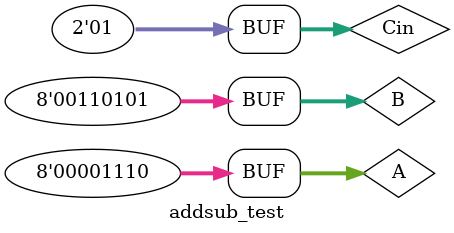
<source format=v>
`timescale 1ns / 1ps
module addsub_test();
    reg [7:0] A;
    reg [7:0] B;
    reg [1:0] Cin;
    wire [7:0] O;
    wire  carryout;
    
    addersubtractor uut(.A(A),.B(B),.Cin(Cin),.S(O),.carryout(carryout));
    initial begin
        A =8'd27;   B=8'd5;   Cin=1'd0; #125;
        A =8'd19;   B=8'd92;  Cin=1'd0; #125;
        A =8'd16;   B=8'd34;  Cin=1'd1; #125;
        A =8'd196;  B=8'd2;   Cin=1'd1; #125;
        A =8'd200;  B=8'd95;  Cin=1'd0; #125;
        A =8'd48;   B=8'd165; Cin=1'd0; #125;
        A =8'd78;   B=8'd255; Cin=1'd0; #125;
        A =8'd14;   B=8'd53;  Cin=1'd1; #125;
     end
endmodule
</source>
